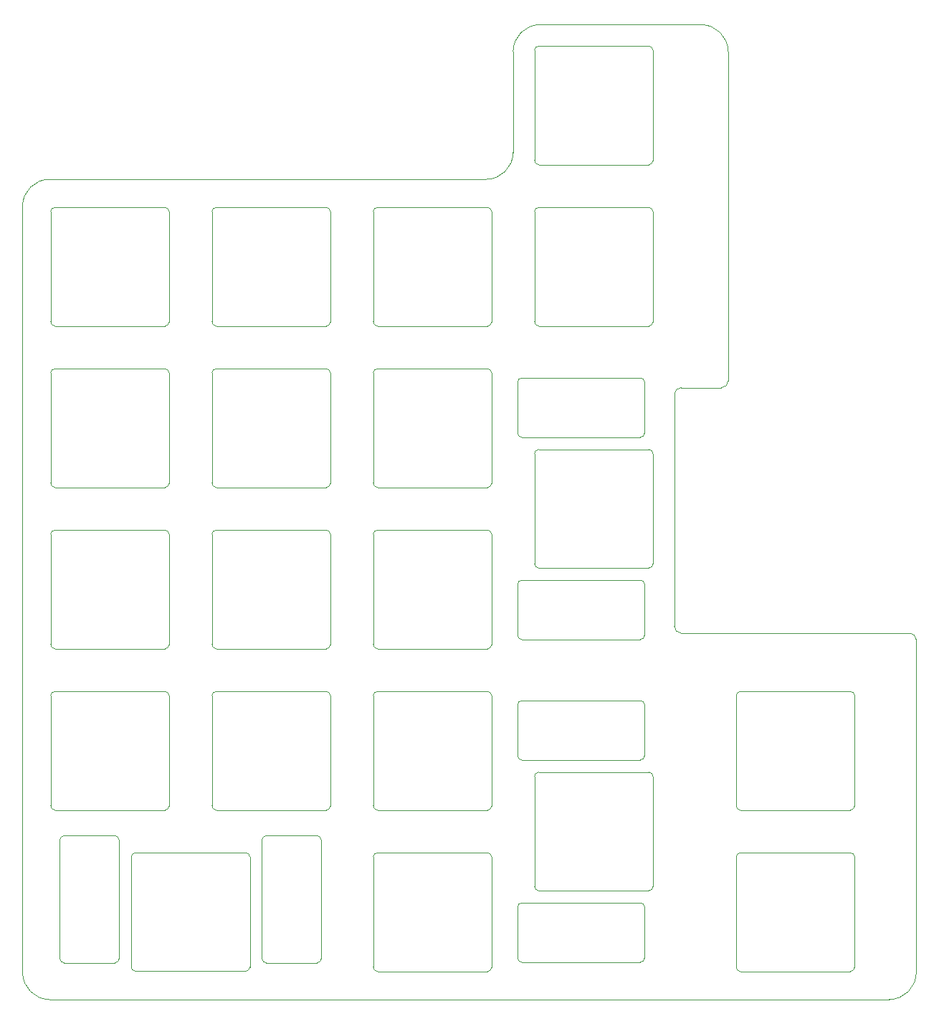
<source format=gbr>
%TF.GenerationSoftware,KiCad,Pcbnew,(5.1.10)-1*%
%TF.CreationDate,2021-11-21T22:53:37-05:00*%
%TF.ProjectId,numpad - plate,6e756d70-6164-4202-9d20-706c6174652e,rev?*%
%TF.SameCoordinates,Original*%
%TF.FileFunction,Profile,NP*%
%FSLAX46Y46*%
G04 Gerber Fmt 4.6, Leading zero omitted, Abs format (unit mm)*
G04 Created by KiCad (PCBNEW (5.1.10)-1) date 2021-11-21 22:53:37*
%MOMM*%
%LPD*%
G01*
G04 APERTURE LIST*
%TA.AperFunction,Profile*%
%ADD10C,0.050000*%
%TD*%
G04 APERTURE END LIST*
D10*
X139691200Y-60321200D02*
X158740000Y-60321200D01*
X156358900Y-103181000D02*
X161121100Y-103181000D01*
X161914800Y-63496000D02*
X161914800Y-102387300D01*
X155565200Y-131357350D02*
X155565200Y-103974700D01*
X156358900Y-132151050D02*
X183344700Y-132151050D01*
X158740000Y-60321200D02*
G75*
G02*
X161914800Y-63496000I0J-3174800D01*
G01*
X161914800Y-102387300D02*
G75*
G02*
X161121100Y-103181000I-793700J0D01*
G01*
X155565200Y-103974700D02*
G75*
G02*
X156358900Y-103181000I793700J0D01*
G01*
X184138400Y-132944750D02*
X184138400Y-172232900D01*
X183344700Y-132151050D02*
G75*
G02*
X184138400Y-132944750I0J-793700D01*
G01*
X156358900Y-132151050D02*
G75*
G02*
X155565200Y-131357350I0J793700D01*
G01*
X95894999Y-95396500D02*
G75*
G02*
X95394999Y-95896500I-500000J0D01*
G01*
X82395000Y-81896500D02*
X95394999Y-81896500D01*
X82395000Y-95896500D02*
X95394999Y-95896500D01*
X81895000Y-82396500D02*
G75*
G02*
X82395000Y-81896500I500000J0D01*
G01*
X82395000Y-95896500D02*
G75*
G02*
X81895000Y-95396500I0J500000D01*
G01*
X81895000Y-82396500D02*
X81895000Y-95396500D01*
X95894999Y-82396500D02*
X95894999Y-95396500D01*
X95394999Y-81896500D02*
G75*
G02*
X95894999Y-82396500I0J-500000D01*
G01*
X176857500Y-171596500D02*
G75*
G02*
X176357500Y-172096500I-500000J0D01*
G01*
X163357500Y-172096500D02*
G75*
G02*
X162857500Y-171596500I0J500000D01*
G01*
X176357500Y-158096500D02*
G75*
G02*
X176857500Y-158596500I0J-500000D01*
G01*
X162857500Y-158596500D02*
G75*
G02*
X163357500Y-158096500I500000J0D01*
G01*
X176857500Y-158596500D02*
X176857500Y-171596500D01*
X162857500Y-158596500D02*
X162857500Y-171596500D01*
X163357500Y-172096500D02*
X176357500Y-172096500D01*
X163357500Y-158096500D02*
X176357500Y-158096500D01*
X133995000Y-171596500D02*
G75*
G02*
X133495000Y-172096500I-500000J0D01*
G01*
X120495000Y-172096500D02*
G75*
G02*
X119995000Y-171596500I0J500000D01*
G01*
X133495000Y-158096500D02*
G75*
G02*
X133995000Y-158596500I0J-500000D01*
G01*
X119995000Y-158596500D02*
G75*
G02*
X120495000Y-158096500I500000J0D01*
G01*
X133995000Y-158596500D02*
X133995000Y-171596500D01*
X119995000Y-158596500D02*
X119995000Y-171596500D01*
X120495000Y-172096500D02*
X133495000Y-172096500D01*
X120495000Y-158096500D02*
X133495000Y-158096500D01*
X106855600Y-156582700D02*
G75*
G02*
X107355600Y-156082700I500000J0D01*
G01*
X113355601Y-156082700D02*
G75*
G02*
X113855601Y-156582700I0J-500000D01*
G01*
X107355600Y-171082700D02*
G75*
G02*
X106855600Y-170582700I0J500000D01*
G01*
X113855601Y-170582700D02*
G75*
G02*
X113355601Y-171082700I-500000J0D01*
G01*
X106855600Y-170582700D02*
X106855600Y-156582700D01*
X113855601Y-170582700D02*
X113855601Y-156582700D01*
X113355601Y-156082700D02*
X107355600Y-156082700D01*
X113355601Y-171082700D02*
X107355600Y-171082700D01*
X82979600Y-156582700D02*
G75*
G02*
X83479600Y-156082700I500000J0D01*
G01*
X89479600Y-156082700D02*
G75*
G02*
X89979600Y-156582700I0J-500000D01*
G01*
X83479600Y-171082700D02*
G75*
G02*
X82979600Y-170582700I0J500000D01*
G01*
X89979600Y-170582700D02*
G75*
G02*
X89479600Y-171082700I-500000J0D01*
G01*
X82979600Y-170582700D02*
X82979600Y-156582700D01*
X89979600Y-170582700D02*
X89979600Y-156582700D01*
X89479600Y-156082700D02*
X83479600Y-156082700D01*
X89479600Y-171082700D02*
X83479600Y-171082700D01*
X91417600Y-158582700D02*
G75*
G02*
X91917600Y-158082700I500000J0D01*
G01*
X104917600Y-158082700D02*
G75*
G02*
X105417600Y-158582700I0J-500000D01*
G01*
X91917600Y-172082700D02*
G75*
G02*
X91417600Y-171582700I0J500000D01*
G01*
X105417600Y-171582700D02*
G75*
G02*
X104917600Y-172082700I-500000J0D01*
G01*
X91417600Y-171582700D02*
X91417600Y-158582700D01*
X105417600Y-171582700D02*
X105417600Y-158582700D01*
X104917600Y-158082700D02*
X91917600Y-158082700D01*
X104917600Y-172082700D02*
X91917600Y-172082700D01*
X176857500Y-152546500D02*
G75*
G02*
X176357500Y-153046500I-500000J0D01*
G01*
X163357500Y-153046500D02*
G75*
G02*
X162857500Y-152546500I0J500000D01*
G01*
X176357500Y-139046500D02*
G75*
G02*
X176857500Y-139546500I0J-500000D01*
G01*
X162857500Y-139546500D02*
G75*
G02*
X163357500Y-139046500I500000J0D01*
G01*
X176857500Y-139546500D02*
X176857500Y-152546500D01*
X162857500Y-139546500D02*
X162857500Y-152546500D01*
X163357500Y-153046500D02*
X176357500Y-153046500D01*
X163357500Y-139046500D02*
X176357500Y-139046500D01*
X137545000Y-147133500D02*
G75*
G02*
X137045000Y-146633500I0J500000D01*
G01*
X137045000Y-140633500D02*
G75*
G02*
X137545000Y-140133500I500000J0D01*
G01*
X152045000Y-146633500D02*
G75*
G02*
X151545000Y-147133500I-500000J0D01*
G01*
X151545000Y-140133500D02*
G75*
G02*
X152045000Y-140633500I0J-500000D01*
G01*
X151545000Y-147133500D02*
X137545000Y-147133500D01*
X151545000Y-140133500D02*
X137545000Y-140133500D01*
X137045000Y-140633500D02*
X137045000Y-146633500D01*
X152045000Y-140633500D02*
X152045000Y-146633500D01*
X137545000Y-171009500D02*
G75*
G02*
X137045000Y-170509500I0J500000D01*
G01*
X137045000Y-164509500D02*
G75*
G02*
X137545000Y-164009500I500000J0D01*
G01*
X152045000Y-170509500D02*
G75*
G02*
X151545000Y-171009500I-500000J0D01*
G01*
X151545000Y-164009500D02*
G75*
G02*
X152045000Y-164509500I0J-500000D01*
G01*
X151545000Y-171009500D02*
X137545000Y-171009500D01*
X151545000Y-164009500D02*
X137545000Y-164009500D01*
X137045000Y-164509500D02*
X137045000Y-170509500D01*
X152045000Y-164509500D02*
X152045000Y-170509500D01*
X139545000Y-162571500D02*
G75*
G02*
X139045000Y-162071500I0J500000D01*
G01*
X139045000Y-149071500D02*
G75*
G02*
X139545000Y-148571500I500000J0D01*
G01*
X153045000Y-162071500D02*
G75*
G02*
X152545000Y-162571500I-500000J0D01*
G01*
X152545000Y-148571500D02*
G75*
G02*
X153045000Y-149071500I0J-500000D01*
G01*
X152545000Y-162571500D02*
X139545000Y-162571500D01*
X152545000Y-148571500D02*
X139545000Y-148571500D01*
X139045000Y-149071500D02*
X139045000Y-162071500D01*
X153045000Y-149071500D02*
X153045000Y-162071500D01*
X133995000Y-152546500D02*
G75*
G02*
X133495000Y-153046500I-500000J0D01*
G01*
X120495000Y-153046500D02*
G75*
G02*
X119995000Y-152546500I0J500000D01*
G01*
X133495000Y-139046500D02*
G75*
G02*
X133995000Y-139546500I0J-500000D01*
G01*
X119995000Y-139546500D02*
G75*
G02*
X120495000Y-139046500I500000J0D01*
G01*
X133995000Y-139546500D02*
X133995000Y-152546500D01*
X119995000Y-139546500D02*
X119995000Y-152546500D01*
X120495000Y-153046500D02*
X133495000Y-153046500D01*
X120495000Y-139046500D02*
X133495000Y-139046500D01*
X114945000Y-152546500D02*
G75*
G02*
X114445000Y-153046500I-500000J0D01*
G01*
X101445000Y-153046500D02*
G75*
G02*
X100945000Y-152546500I0J500000D01*
G01*
X114445000Y-139046500D02*
G75*
G02*
X114945000Y-139546500I0J-500000D01*
G01*
X100945000Y-139546500D02*
G75*
G02*
X101445000Y-139046500I500000J0D01*
G01*
X114945000Y-139546500D02*
X114945000Y-152546500D01*
X100945000Y-139546500D02*
X100945000Y-152546500D01*
X101445000Y-153046500D02*
X114445000Y-153046500D01*
X101445000Y-139046500D02*
X114445000Y-139046500D01*
X95894999Y-152546500D02*
G75*
G02*
X95394999Y-153046500I-500000J0D01*
G01*
X82395000Y-153046500D02*
G75*
G02*
X81895000Y-152546500I0J500000D01*
G01*
X95394999Y-139046500D02*
G75*
G02*
X95894999Y-139546500I0J-500000D01*
G01*
X81895000Y-139546500D02*
G75*
G02*
X82395000Y-139046500I500000J0D01*
G01*
X95894999Y-139546500D02*
X95894999Y-152546500D01*
X81895000Y-139546500D02*
X81895000Y-152546500D01*
X82395000Y-153046500D02*
X95394999Y-153046500D01*
X82395000Y-139046500D02*
X95394999Y-139046500D01*
X133995000Y-133496500D02*
G75*
G02*
X133495000Y-133996500I-500000J0D01*
G01*
X120495000Y-133996500D02*
G75*
G02*
X119995000Y-133496500I0J500000D01*
G01*
X133495000Y-119996500D02*
G75*
G02*
X133995000Y-120496500I0J-500000D01*
G01*
X119995000Y-120496500D02*
G75*
G02*
X120495000Y-119996500I500000J0D01*
G01*
X133995000Y-120496500D02*
X133995000Y-133496500D01*
X119995000Y-120496500D02*
X119995000Y-133496500D01*
X120495000Y-133996500D02*
X133495000Y-133996500D01*
X120495000Y-119996500D02*
X133495000Y-119996500D01*
X114945000Y-133496500D02*
G75*
G02*
X114445000Y-133996500I-500000J0D01*
G01*
X101445000Y-133996500D02*
G75*
G02*
X100945000Y-133496500I0J500000D01*
G01*
X114445000Y-119996500D02*
G75*
G02*
X114945000Y-120496500I0J-500000D01*
G01*
X100945000Y-120496500D02*
G75*
G02*
X101445000Y-119996500I500000J0D01*
G01*
X114945000Y-120496500D02*
X114945000Y-133496500D01*
X100945000Y-120496500D02*
X100945000Y-133496500D01*
X101445000Y-133996500D02*
X114445000Y-133996500D01*
X101445000Y-119996500D02*
X114445000Y-119996500D01*
X95894999Y-133496500D02*
G75*
G02*
X95394999Y-133996500I-500000J0D01*
G01*
X82395000Y-133996500D02*
G75*
G02*
X81895000Y-133496500I0J500000D01*
G01*
X95394999Y-119996500D02*
G75*
G02*
X95894999Y-120496500I0J-500000D01*
G01*
X81895000Y-120496500D02*
G75*
G02*
X82395000Y-119996500I500000J0D01*
G01*
X95894999Y-120496500D02*
X95894999Y-133496500D01*
X81895000Y-120496500D02*
X81895000Y-133496500D01*
X82395000Y-133996500D02*
X95394999Y-133996500D01*
X82395000Y-119996500D02*
X95394999Y-119996500D01*
X137545000Y-109033500D02*
G75*
G02*
X137045000Y-108533500I0J500000D01*
G01*
X137045000Y-102533500D02*
G75*
G02*
X137545000Y-102033500I500000J0D01*
G01*
X152045000Y-108533500D02*
G75*
G02*
X151545000Y-109033500I-500000J0D01*
G01*
X151545000Y-102033500D02*
G75*
G02*
X152045000Y-102533500I0J-500000D01*
G01*
X151545000Y-109033500D02*
X137545000Y-109033500D01*
X151545000Y-102033500D02*
X137545000Y-102033500D01*
X137045000Y-102533500D02*
X137045000Y-108533500D01*
X152045000Y-102533500D02*
X152045000Y-108533500D01*
X137545000Y-132909500D02*
G75*
G02*
X137045000Y-132409500I0J500000D01*
G01*
X137045000Y-126409500D02*
G75*
G02*
X137545000Y-125909500I500000J0D01*
G01*
X152045000Y-132409500D02*
G75*
G02*
X151545000Y-132909500I-500000J0D01*
G01*
X151545000Y-125909500D02*
G75*
G02*
X152045000Y-126409500I0J-500000D01*
G01*
X151545000Y-132909500D02*
X137545000Y-132909500D01*
X151545000Y-125909500D02*
X137545000Y-125909500D01*
X137045000Y-126409500D02*
X137045000Y-132409500D01*
X152045000Y-126409500D02*
X152045000Y-132409500D01*
X139545000Y-124471500D02*
G75*
G02*
X139045000Y-123971500I0J500000D01*
G01*
X139045000Y-110971500D02*
G75*
G02*
X139545000Y-110471500I500000J0D01*
G01*
X153045000Y-123971500D02*
G75*
G02*
X152545000Y-124471500I-500000J0D01*
G01*
X152545000Y-110471500D02*
G75*
G02*
X153045000Y-110971500I0J-500000D01*
G01*
X152545000Y-124471500D02*
X139545000Y-124471500D01*
X152545000Y-110471500D02*
X139545000Y-110471500D01*
X139045000Y-110971500D02*
X139045000Y-123971500D01*
X153045000Y-110971500D02*
X153045000Y-123971500D01*
X133995000Y-114446500D02*
G75*
G02*
X133495000Y-114946500I-500000J0D01*
G01*
X120495000Y-114946500D02*
G75*
G02*
X119995000Y-114446500I0J500000D01*
G01*
X133495000Y-100946500D02*
G75*
G02*
X133995000Y-101446500I0J-500000D01*
G01*
X119995000Y-101446500D02*
G75*
G02*
X120495000Y-100946500I500000J0D01*
G01*
X133995000Y-101446500D02*
X133995000Y-114446500D01*
X119995000Y-101446500D02*
X119995000Y-114446500D01*
X120495000Y-114946500D02*
X133495000Y-114946500D01*
X120495000Y-100946500D02*
X133495000Y-100946500D01*
X114945000Y-114446500D02*
G75*
G02*
X114445000Y-114946500I-500000J0D01*
G01*
X101445000Y-114946500D02*
G75*
G02*
X100945000Y-114446500I0J500000D01*
G01*
X114445000Y-100946500D02*
G75*
G02*
X114945000Y-101446500I0J-500000D01*
G01*
X100945000Y-101446500D02*
G75*
G02*
X101445000Y-100946500I500000J0D01*
G01*
X114945000Y-101446500D02*
X114945000Y-114446500D01*
X100945000Y-101446500D02*
X100945000Y-114446500D01*
X101445000Y-114946500D02*
X114445000Y-114946500D01*
X101445000Y-100946500D02*
X114445000Y-100946500D01*
X95894999Y-114446500D02*
G75*
G02*
X95394999Y-114946500I-500000J0D01*
G01*
X82395000Y-114946500D02*
G75*
G02*
X81895000Y-114446500I0J500000D01*
G01*
X95394999Y-100946500D02*
G75*
G02*
X95894999Y-101446500I0J-500000D01*
G01*
X81895000Y-101446500D02*
G75*
G02*
X82395000Y-100946500I500000J0D01*
G01*
X95894999Y-101446500D02*
X95894999Y-114446500D01*
X81895000Y-101446500D02*
X81895000Y-114446500D01*
X82395000Y-114946500D02*
X95394999Y-114946500D01*
X82395000Y-100946500D02*
X95394999Y-100946500D01*
X153045000Y-95396500D02*
G75*
G02*
X152545000Y-95896500I-500000J0D01*
G01*
X139545000Y-95896500D02*
G75*
G02*
X139045000Y-95396500I0J500000D01*
G01*
X152545000Y-81896500D02*
G75*
G02*
X153045000Y-82396500I0J-500000D01*
G01*
X139045000Y-82396500D02*
G75*
G02*
X139545000Y-81896500I500000J0D01*
G01*
X153045000Y-82396500D02*
X153045000Y-95396500D01*
X139045000Y-82396500D02*
X139045000Y-95396500D01*
X139545000Y-95896500D02*
X152545000Y-95896500D01*
X139545000Y-81896500D02*
X152545000Y-81896500D01*
X133995000Y-95396500D02*
G75*
G02*
X133495000Y-95896500I-500000J0D01*
G01*
X120495000Y-95896500D02*
G75*
G02*
X119995000Y-95396500I0J500000D01*
G01*
X133495000Y-81896500D02*
G75*
G02*
X133995000Y-82396500I0J-500000D01*
G01*
X119995000Y-82396500D02*
G75*
G02*
X120495000Y-81896500I500000J0D01*
G01*
X133995000Y-82396500D02*
X133995000Y-95396500D01*
X119995000Y-82396500D02*
X119995000Y-95396500D01*
X120495000Y-95896500D02*
X133495000Y-95896500D01*
X120495000Y-81896500D02*
X133495000Y-81896500D01*
X114945000Y-95396500D02*
G75*
G02*
X114445000Y-95896500I-500000J0D01*
G01*
X101445000Y-95896500D02*
G75*
G02*
X100945000Y-95396500I0J500000D01*
G01*
X114445000Y-81896500D02*
G75*
G02*
X114945000Y-82396500I0J-500000D01*
G01*
X100945000Y-82396500D02*
G75*
G02*
X101445000Y-81896500I500000J0D01*
G01*
X114945000Y-82396500D02*
X114945000Y-95396500D01*
X100945000Y-82396500D02*
X100945000Y-95396500D01*
X101445000Y-95896500D02*
X114445000Y-95896500D01*
X101445000Y-81896500D02*
X114445000Y-81896500D01*
X153045000Y-76346199D02*
G75*
G02*
X152545000Y-76846199I-500000J0D01*
G01*
X139545000Y-76846199D02*
G75*
G02*
X139045000Y-76346199I0J500000D01*
G01*
X152545000Y-62846200D02*
G75*
G02*
X153045000Y-63346200I0J-500000D01*
G01*
X139045000Y-63346200D02*
G75*
G02*
X139545000Y-62846200I500000J0D01*
G01*
X153045000Y-63346200D02*
X153045000Y-76346199D01*
X139045000Y-63346200D02*
X139045000Y-76346199D01*
X139545000Y-76846199D02*
X152545000Y-76846199D01*
X139545000Y-62846200D02*
X152545000Y-62846200D01*
X81751100Y-175407700D02*
X180963600Y-175407700D01*
X78576300Y-81751100D02*
X78576300Y-172232900D01*
X133341600Y-78576300D02*
X81751100Y-78576300D01*
X136516400Y-63496000D02*
X136516400Y-75401500D01*
X136516400Y-63496000D02*
G75*
G02*
X139691200Y-60321200I3174800J0D01*
G01*
X136516400Y-75401500D02*
G75*
G02*
X133341600Y-78576300I-3174800J0D01*
G01*
X184138400Y-172232900D02*
G75*
G02*
X180963600Y-175407700I-3174800J0D01*
G01*
X81751100Y-175407700D02*
G75*
G02*
X78576300Y-172232900I0J3174800D01*
G01*
X78576300Y-81751100D02*
G75*
G02*
X81751100Y-78576300I3174800J0D01*
G01*
M02*

</source>
